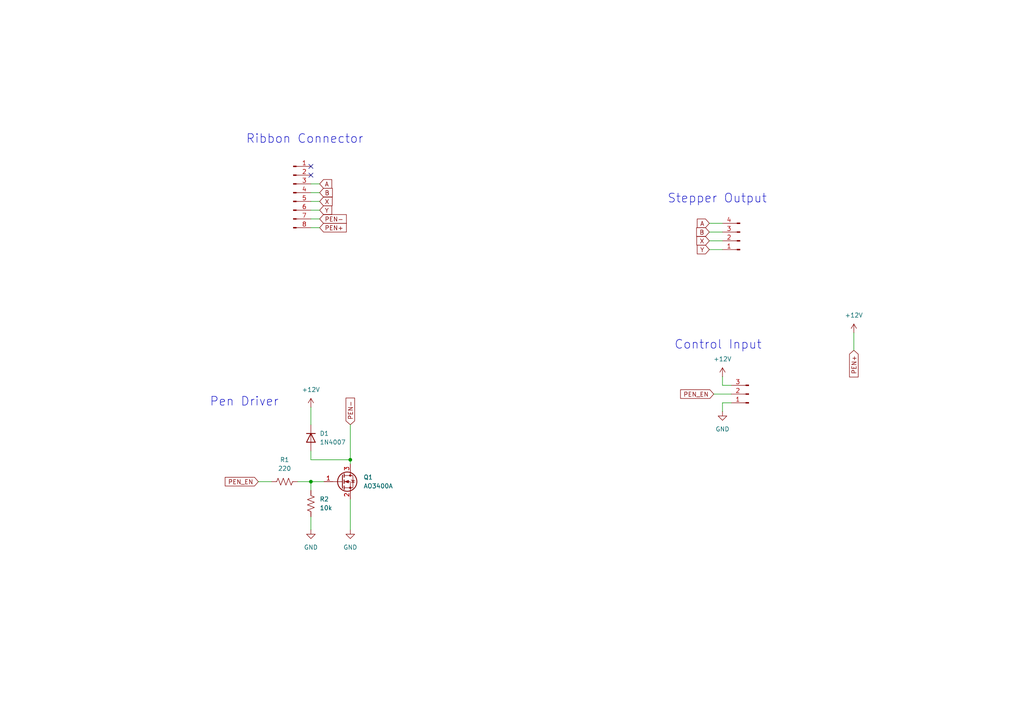
<source format=kicad_sch>
(kicad_sch (version 20231120) (generator "eeschema") (generator_version "8.0")
  (paper "A4")
  (lib_symbols
    (symbol "Connector:Conn_01x03_Pin" (pin_names (offset 1.016) hide)
      (property "Reference" "J" (at 0 5.08 0))
      (property "Value" "Conn_01x03_Pin" (at 0 -5.08 0))
      (symbol "Conn_01x03_Pin_1_1"
        (polyline (pts (xy 1.27 -2.54) (xy 0.8636 -2.54)) (stroke (width 0.1524)))
        (polyline (pts (xy 1.27 0) (xy 0.8636 0)) (stroke (width 0.1524)))
        (polyline (pts (xy 1.27 2.54) (xy 0.8636 2.54)) (stroke (width 0.1524)))
        (rectangle (start 0.8636 -2.413) (end 0 -2.667) (stroke (width 0.1524)) (fill (type outline)))
        (rectangle (start 0.8636 0.127) (end 0 -0.127) (stroke (width 0.1524)) (fill (type outline)))
        (rectangle (start 0.8636 2.667) (end 0 2.413) (stroke (width 0.1524)) (fill (type outline)))
        (pin passive line (at 5.08 2.54 180) (length 3.81) (name "Pin_1") (number "1"))
        (pin passive line (at 5.08 0 180) (length 3.81) (name "Pin_2") (number "2"))
        (pin passive line (at 5.08 -2.54 180) (length 3.81) (name "Pin_3") (number "3"))
      )
    )
    (symbol "Connector:Conn_01x04_Pin" (pin_names (offset 1.016) hide)
      (property "Reference" "J" (at 0 5.08 0))
      (property "Value" "Conn_01x04_Pin" (at 0 -7.62 0))
      (symbol "Conn_01x04_Pin_1_1"
        (polyline (pts (xy 1.27 -5.08) (xy 0.8636 -5.08)) (stroke (width 0.1524)))
        (polyline (pts (xy 1.27 -2.54) (xy 0.8636 -2.54)) (stroke (width 0.1524)))
        (polyline (pts (xy 1.27 0) (xy 0.8636 0)) (stroke (width 0.1524)))
        (polyline (pts (xy 1.27 2.54) (xy 0.8636 2.54)) (stroke (width 0.1524)))
        (rectangle (start 0.8636 -4.953) (end 0 -5.207) (stroke (width 0.1524)) (fill (type outline)))
        (rectangle (start 0.8636 -2.413) (end 0 -2.667) (stroke (width 0.1524)) (fill (type outline)))
        (rectangle (start 0.8636 0.127) (end 0 -0.127) (stroke (width 0.1524)) (fill (type outline)))
        (rectangle (start 0.8636 2.667) (end 0 2.413) (stroke (width 0.1524)) (fill (type outline)))
        (pin passive line (at 5.08 2.54 180) (length 3.81) (name "Pin_1") (number "1"))
        (pin passive line (at 5.08 0 180) (length 3.81) (name "Pin_2") (number "2"))
        (pin passive line (at 5.08 -2.54 180) (length 3.81) (name "Pin_3") (number "3"))
        (pin passive line (at 5.08 -5.08 180) (length 3.81) (name "Pin_4") (number "4"))
      )
    )
    (symbol "Connector:Conn_01x08_Pin" (pin_names (offset 1.016) hide)
      (property "Reference" "J" (at 0 10.16 0))
      (property "Value" "Conn_01x08_Pin" (at 0 -12.7 0))
      (symbol "Conn_01x08_Pin_1_1"
        (polyline (pts (xy 1.27 -10.16) (xy 0.8636 -10.16)) (stroke (width 0.1524)))
        (polyline (pts (xy 1.27 -7.62) (xy 0.8636 -7.62)) (stroke (width 0.1524)))
        (polyline (pts (xy 1.27 -5.08) (xy 0.8636 -5.08)) (stroke (width 0.1524)))
        (polyline (pts (xy 1.27 -2.54) (xy 0.8636 -2.54)) (stroke (width 0.1524)))
        (polyline (pts (xy 1.27 0) (xy 0.8636 0)) (stroke (width 0.1524)))
        (polyline (pts (xy 1.27 2.54) (xy 0.8636 2.54)) (stroke (width 0.1524)))
        (polyline (pts (xy 1.27 5.08) (xy 0.8636 5.08)) (stroke (width 0.1524)))
        (polyline (pts (xy 1.27 7.62) (xy 0.8636 7.62)) (stroke (width 0.1524)))
        (rectangle (start 0.8636 -10.033) (end 0 -10.287) (stroke (width 0.1524)) (fill (type outline)))
        (rectangle (start 0.8636 -7.493) (end 0 -7.747) (stroke (width 0.1524)) (fill (type outline)))
        (rectangle (start 0.8636 -4.953) (end 0 -5.207) (stroke (width 0.1524)) (fill (type outline)))
        (rectangle (start 0.8636 -2.413) (end 0 -2.667) (stroke (width 0.1524)) (fill (type outline)))
        (rectangle (start 0.8636 0.127) (end 0 -0.127) (stroke (width 0.1524)) (fill (type outline)))
        (rectangle (start 0.8636 2.667) (end 0 2.413) (stroke (width 0.1524)) (fill (type outline)))
        (rectangle (start 0.8636 5.207) (end 0 4.953) (stroke (width 0.1524)) (fill (type outline)))
        (rectangle (start 0.8636 7.747) (end 0 7.493) (stroke (width 0.1524)) (fill (type outline)))
        (pin passive line (at 5.08 7.62 180) (length 3.81) (name "Pin_1") (number "1"))
        (pin passive line (at 5.08 5.08 180) (length 3.81) (name "Pin_2") (number "2"))
        (pin passive line (at 5.08 2.54 180) (length 3.81) (name "Pin_3") (number "3"))
        (pin passive line (at 5.08 0 180) (length 3.81) (name "Pin_4") (number "4"))
        (pin passive line (at 5.08 -2.54 180) (length 3.81) (name "Pin_5") (number "5"))
        (pin passive line (at 5.08 -5.08 180) (length 3.81) (name "Pin_6") (number "6"))
        (pin passive line (at 5.08 -7.62 180) (length 3.81) (name "Pin_7") (number "7"))
        (pin passive line (at 5.08 -10.16 180) (length 3.81) (name "Pin_8") (number "8"))
      )
    )
    (symbol "Device:R_US" (pin_numbers hide) (pin_names (offset 0))
      (property "Reference" "R" (at 2.54 0 90))
      (property "Value" "R_US" (at -2.54 0 90))
      (symbol "R_US_0_1"
        (polyline (pts (xy 0 -2.286) (xy 0 -2.54)))
        (polyline (pts (xy 0 2.286) (xy 0 2.54)))
        (polyline (pts (xy 0 -0.762) (xy 1.016 -1.143) (xy 0 -1.524) (xy -1.016 -1.905) (xy 0 -2.286)))
        (polyline (pts (xy 0 0.762) (xy 1.016 0.381) (xy 0 0) (xy -1.016 -0.381) (xy 0 -0.762)))
        (polyline (pts (xy 0 2.286) (xy 1.016 1.905) (xy 0 1.524) (xy -1.016 1.143) (xy 0 0.762)))
      )
      (symbol "R_US_1_1"
        (pin passive line (at 0 3.81 270) (length 1.27) (name "~") (number "1"))
        (pin passive line (at 0 -3.81 90) (length 1.27) (name "~") (number "2"))
      )
    )
    (symbol "Diode:1N4007" (pin_numbers hide) (pin_names hide)
      (property "Reference" "D" (at 0 2.54 0))
      (property "Value" "1N4007" (at 0 -2.54 0))
      (symbol "1N4007_0_1"
        (polyline (pts (xy -1.27 1.27) (xy -1.27 -1.27)) (stroke (width 0.254)))
        (polyline (pts (xy 1.27 0) (xy -1.27 0)))
        (polyline (pts (xy 1.27 1.27) (xy 1.27 -1.27) (xy -1.27 0) (xy 1.27 1.27)) (stroke (width 0.254)))
      )
      (symbol "1N4007_1_1"
        (pin passive line (at -3.81 0 0) (length 2.54) (name "K") (number "1"))
        (pin passive line (at 3.81 0 180) (length 2.54) (name "A") (number "2"))
      )
    )
    (symbol "Transistor_FET:AO3400A" (pin_names hide)
      (property "Reference" "Q" (at 5.08 1.905 0))
      (property "Value" "AO3400A" (at 5.08 0 0))
      (symbol "AO3400A_0_1"
        (polyline (pts (xy 0.254 0) (xy -2.54 0)))
        (polyline (pts (xy 0.254 1.905) (xy 0.254 -1.905)) (stroke (width 0.254)))
        (polyline (pts (xy 0.762 -1.27) (xy 0.762 -2.286)) (stroke (width 0.254)))
        (polyline (pts (xy 0.762 0.508) (xy 0.762 -0.508)) (stroke (width 0.254)))
        (polyline (pts (xy 0.762 2.286) (xy 0.762 1.27)) (stroke (width 0.254)))
        (polyline (pts (xy 2.54 2.54) (xy 2.54 1.778)))
        (polyline (pts (xy 2.54 -2.54) (xy 2.54 0) (xy 0.762 0)))
        (polyline (pts (xy 0.762 -1.778) (xy 3.302 -1.778) (xy 3.302 1.778) (xy 0.762 1.778)))
        (polyline (pts (xy 1.016 0) (xy 2.032 0.381) (xy 2.032 -0.381) (xy 1.016 0)) (fill (type outline)))
        (polyline (pts (xy 2.794 0.508) (xy 2.921 0.381) (xy 3.683 0.381) (xy 3.81 0.254)))
        (polyline (pts (xy 3.302 0.381) (xy 2.921 -0.254) (xy 3.683 -0.254) (xy 3.302 0.381)))
        (circle (center 1.651 0) (radius 2.794) (stroke (width 0.254)))
        (circle (center 2.54 -1.778) (radius 0.254) (fill (type outline)))
        (circle (center 2.54 1.778) (radius 0.254) (fill (type outline)))
      )
      (symbol "AO3400A_1_1"
        (pin input line (at -5.08 0 0) (length 2.54) (name "G") (number "1"))
        (pin passive line (at 2.54 -5.08 90) (length 2.54) (name "S") (number "2"))
        (pin passive line (at 2.54 5.08 270) (length 2.54) (name "D") (number "3"))
      )
    )
    (symbol "power:+12V" (power) (pin_numbers hide) (pin_names (offset 0) hide)
      (property "Value" "+12V" (at 0 3.556 0))
      (symbol "+12V_0_1"
        (polyline (pts (xy -0.762 1.27) (xy 0 2.54)))
        (polyline (pts (xy 0 0) (xy 0 2.54)))
        (polyline (pts (xy 0 2.54) (xy 0.762 1.27)))
      )
      (symbol "+12V_1_1"
        (pin power_in line (at 0 0 90) (length 0) (name "~") (number "1"))
      )
    )
    (symbol "power:GND" (power) (pin_numbers hide) (pin_names (offset 0) hide)
      (property "Value" "GND" (at 0 -3.81 0))
      (symbol "GND_0_1"
        (polyline (pts (xy 0 0) (xy 0 -1.27) (xy 1.27 -1.27) (xy 0 -2.54) (xy -1.27 -1.27) (xy 0 -1.27)))
      )
      (symbol "GND_1_1"
        (pin power_in line (at 0 0 270) (length 0) (name "~") (number "1"))
      )
    )
  )
  (junction (at 101.6 133.35))
  (junction (at 90.17 139.7))
  (no_connect (at 90.17 50.8))
  (no_connect (at 90.17 48.26))
  (wire (pts (xy 205.74 69.85) (xy 209.55 69.85)))
  (wire (pts (xy 205.74 72.39) (xy 209.55 72.39)))
  (wire (pts (xy 90.17 139.7) (xy 90.17 142.24)))
  (wire (pts (xy 74.93 139.7) (xy 78.74 139.7)))
  (wire (pts (xy 90.17 118.11) (xy 90.17 123.19)))
  (wire (pts (xy 209.55 116.84) (xy 209.55 119.38)))
  (wire (pts (xy 205.74 67.31) (xy 209.55 67.31)))
  (wire (pts (xy 101.6 133.35) (xy 101.6 134.62)))
  (wire (pts (xy 90.17 63.5) (xy 92.71 63.5)))
  (wire (pts (xy 207.01 114.3) (xy 212.09 114.3)))
  (wire (pts (xy 101.6 123.19) (xy 101.6 133.35)))
  (wire (pts (xy 90.17 55.88) (xy 92.71 55.88)))
  (wire (pts (xy 101.6 144.78) (xy 101.6 153.67)))
  (wire (pts (xy 90.17 139.7) (xy 93.98 139.7)))
  (wire (pts (xy 90.17 130.81) (xy 90.17 133.35)))
  (wire (pts (xy 209.55 111.76) (xy 209.55 109.22)))
  (wire (pts (xy 90.17 58.42) (xy 92.71 58.42)))
  (wire (pts (xy 90.17 60.96) (xy 92.71 60.96)))
  (wire (pts (xy 212.09 116.84) (xy 209.55 116.84)))
  (wire (pts (xy 205.74 64.77) (xy 209.55 64.77)))
  (wire (pts (xy 86.36 139.7) (xy 90.17 139.7)))
  (wire (pts (xy 90.17 149.86) (xy 90.17 153.67)))
  (wire (pts (xy 212.09 111.76) (xy 209.55 111.76)))
  (wire (pts (xy 90.17 133.35) (xy 101.6 133.35)))
  (wire (pts (xy 90.17 66.04) (xy 92.71 66.04)))
  (wire (pts (xy 247.65 96.52) (xy 247.65 101.6)))
  (wire (pts (xy 90.17 53.34) (xy 92.71 53.34)))
  (text "Ribbon Connector" (at 88.392 40.386 0) (effects (font (size 2.54 2.54))))
  (text "Stepper Output" (at 208.026 57.658 0) (effects (font (size 2.54 2.54))))
  (text "Pen Driver" (at 70.866 116.586 0) (effects (font (size 2.54 2.54))))
  (text "Control Input" (at 208.28 100.076 0) (effects (font (size 2.54 2.54))))
  (global_label "PEN+" (shape input) (at 247.65 101.6 270) (property "Intersheetrefs" "${INTERSHEET_REFS}" (effects (hide yes))))
  (global_label "PEN+" (shape input) (at 92.71 66.04 0) (property "Intersheetrefs" "${INTERSHEET_REFS}" (effects (hide yes))))
  (global_label "PEN_EN" (shape input) (at 207.01 114.3 180) (property "Intersheetrefs" "${INTERSHEET_REFS}" (effects (hide yes))))
  (global_label "B" (shape input) (at 92.71 55.88 0) (property "Intersheetrefs" "${INTERSHEET_REFS}" (effects (hide yes))))
  (global_label "Y" (shape input) (at 92.71 60.96 0) (property "Intersheetrefs" "${INTERSHEET_REFS}" (effects (hide yes))))
  (global_label "A" (shape input) (at 92.71 53.34 0) (property "Intersheetrefs" "${INTERSHEET_REFS}" (effects (hide yes))))
  (global_label "PEN-" (shape input) (at 92.71 63.5 0) (property "Intersheetrefs" "${INTERSHEET_REFS}" (effects (hide yes))))
  (global_label "PEN_EN" (shape input) (at 74.93 139.7 180) (property "Intersheetrefs" "${INTERSHEET_REFS}" (effects (hide yes))))
  (global_label "Y" (shape input) (at 205.74 72.39 180) (property "Intersheetrefs" "${INTERSHEET_REFS}" (effects (hide yes))))
  (global_label "B" (shape input) (at 205.74 67.31 180) (property "Intersheetrefs" "${INTERSHEET_REFS}" (effects (hide yes))))
  (global_label "PEN-" (shape input) (at 101.6 123.19 90) (property "Intersheetrefs" "${INTERSHEET_REFS}" (effects (hide yes))))
  (global_label "X" (shape input) (at 92.71 58.42 0) (property "Intersheetrefs" "${INTERSHEET_REFS}" (effects (hide yes))))
  (global_label "X" (shape input) (at 205.74 69.85 180) (property "Intersheetrefs" "${INTERSHEET_REFS}" (effects (hide yes))))
  (global_label "A" (shape input) (at 205.74 64.77 180) (property "Intersheetrefs" "${INTERSHEET_REFS}" (effects (hide yes))))
  (symbol (lib_id "Connector:Conn_01x03_Pin") (at 217.17 114.3 180) (unit 1)
    (property "Reference" "J3" (effects (hide yes)))
    (property "Value" "Conn_01x03_Pin" (effects (hide yes)))
    (property "Footprint" "TerminalBlock_Phoenix:TerminalBlock_Phoenix_PT-1,5-3-3.5-H_1x03_P3.50mm_Horizontal" (effects (hide yes)))
    (property "Description" "Generic connector, single row, 01x03, script generated" (effects (hide yes)))
  )
  (symbol (lib_id "Connector:Conn_01x08_Pin") (at 85.09 55.88 0) (unit 1)
    (property "Reference" "J1" (effects (hide yes)))
    (property "Value" "Conn_01x08_Pin" (effects (hide yes)))
    (property "Footprint" "Connector_TE-Connectivity:TE_Micro-MaTch_215079-8_2x04_P1.27mm_Vertical" (effects (hide yes)))
    (property "Description" "Generic connector, single row, 01x08, script generated" (effects (hide yes)))
  )
  (symbol (lib_id "power:+12V") (at 209.55 109.22 0) (unit 1)
    (property "Reference" "#PWR02" (effects (hide yes)))
    (property "Value" "+12V" (at 209.55 104.14 0))
    (property "Description" "Power symbol creates a global label with name \"+12V\"" (effects (hide yes)))
  )
  (symbol (lib_id "power:GND") (at 90.17 153.67 0) (unit 1)
    (property "Reference" "#PWR04" (effects (hide yes)))
    (property "Value" "GND" (at 90.17 158.75 0))
    (property "Description" "Power symbol creates a global label with name \"GND\" , ground" (effects (hide yes)))
  )
  (symbol (lib_id "Device:R_US") (at 90.17 146.05 0) (unit 1)
    (property "Reference" "R2" (at 92.71 144.7799 0) (effects (justify left)))
    (property "Value" "10k" (at 92.71 147.3199 0) (effects (justify left)))
    (property "Footprint" "Resistor_SMD:R_0603_1608Metric" (effects (hide yes)))
    (property "Description" "Resistor, US symbol" (effects (hide yes)))
  )
  (symbol (lib_id "Transistor_FET:AO3400A") (at 99.06 139.7 0) (unit 1)
    (property "Reference" "Q1" (at 105.41 138.4299 0) (effects (justify left)))
    (property "Value" "AO3400A" (at 105.41 140.9699 0) (effects (justify left)))
    (property "Footprint" "Package_TO_SOT_SMD:SOT-23" (effects (hide yes)))
    (property "Datasheet" "http://www.aosmd.com/pdfs/datasheet/AO3400A.pdf" (effects (hide yes)))
    (property "Description" "30V Vds, 5.7A Id, N-Channel MOSFET, SOT-23" (effects (hide yes)))
  )
  (symbol (lib_id "Connector:Conn_01x04_Pin") (at 214.63 69.85 180) (unit 1)
    (property "Reference" "J2" (effects (hide yes)))
    (property "Value" "Conn_01x04_Pin" (effects (hide yes)))
    (property "Footprint" "TerminalBlock_Phoenix:TerminalBlock_Phoenix_PT-1,5-4-3.5-H_1x04_P3.50mm_Horizontal" (effects (hide yes)))
    (property "Description" "Generic connector, single row, 01x04, script generated" (effects (hide yes)))
  )
  (symbol (lib_id "power:GND") (at 209.55 119.38 0) (unit 1)
    (property "Reference" "#PWR01" (effects (hide yes)))
    (property "Value" "GND" (at 209.55 124.46 0))
    (property "Description" "Power symbol creates a global label with name \"GND\" , ground" (effects (hide yes)))
  )
  (symbol (lib_id "power:GND") (at 101.6 153.67 0) (unit 1)
    (property "Reference" "#PWR03" (effects (hide yes)))
    (property "Value" "GND" (at 101.6 158.75 0))
    (property "Description" "Power symbol creates a global label with name \"GND\" , ground" (effects (hide yes)))
  )
  (symbol (lib_id "Diode:1N4007") (at 90.17 127 270) (unit 1)
    (property "Reference" "D1" (at 92.71 125.7299 90) (effects (justify left)))
    (property "Value" "1N4007" (at 92.71 128.2699 90) (effects (justify left)))
    (property "Footprint" "Diode_THT:D_DO-41_SOD81_P10.16mm_Horizontal" (effects (hide yes)))
    (property "Datasheet" "http://www.vishay.com/docs/88503/1n4001.pdf" (effects (hide yes)))
    (property "Description" "1000V 1A General Purpose Rectifier Diode, DO-41" (effects (hide yes)))
    (property "Sim.Device" "D" (effects (hide yes)))
    (property "Sim.Pins" "1=K 2=A" (effects (hide yes)))
  )
  (symbol (lib_id "power:+12V") (at 90.17 118.11 0) (unit 1)
    (property "Reference" "#PWR06" (effects (hide yes)))
    (property "Value" "+12V" (at 90.17 113.03 0))
    (property "Description" "Power symbol creates a global label with name \"+12V\"" (effects (hide yes)))
  )
  (symbol (lib_id "power:+12V") (at 247.65 96.52 0) (unit 1)
    (property "Reference" "#PWR05" (effects (hide yes)))
    (property "Value" "+12V" (at 247.65 91.44 0))
    (property "Description" "Power symbol creates a global label with name \"+12V\"" (effects (hide yes)))
  )
  (symbol (lib_id "Device:R_US") (at 82.55 139.7 90) (unit 1)
    (property "Reference" "R1" (at 82.55 133.35 90))
    (property "Value" "220" (at 82.55 135.89 90))
    (property "Footprint" "Resistor_SMD:R_0603_1608Metric" (effects (hide yes)))
    (property "Description" "Resistor, US symbol" (effects (hide yes)))
  )
)
</source>
